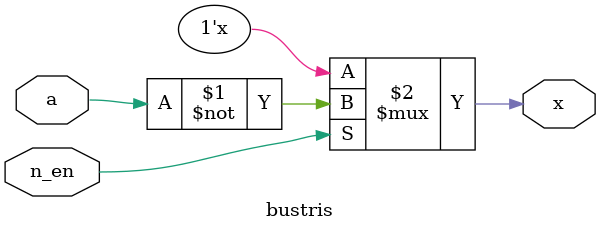
<source format=v>

module bustris(a, x, n_en);

	input a;
	output x;
	input n_en;

	notif0 (x, a, n_en);

endmodule // bustris

</source>
